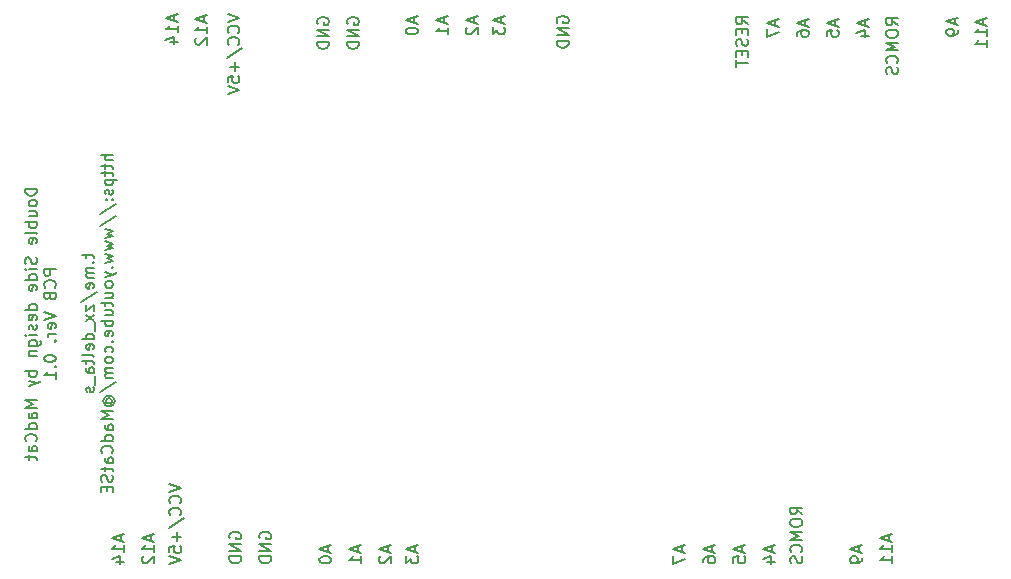
<source format=gbr>
%TF.GenerationSoftware,KiCad,Pcbnew,(6.0.10)*%
%TF.CreationDate,2023-03-31T21:51:54+03:00*%
%TF.ProjectId,zxcart,7a786361-7274-42e6-9b69-6361645f7063,rev?*%
%TF.SameCoordinates,Original*%
%TF.FileFunction,Legend,Bot*%
%TF.FilePolarity,Positive*%
%FSLAX46Y46*%
G04 Gerber Fmt 4.6, Leading zero omitted, Abs format (unit mm)*
G04 Created by KiCad (PCBNEW (6.0.10)) date 2023-03-31 21:51:54*
%MOMM*%
%LPD*%
G01*
G04 APERTURE LIST*
%ADD10C,0.150000*%
G04 APERTURE END LIST*
D10*
X115248666Y-99261905D02*
X115248666Y-99738095D01*
X115534380Y-99166667D02*
X114534380Y-99500000D01*
X115534380Y-99833333D01*
X114629619Y-100119048D02*
X114582000Y-100166667D01*
X114534380Y-100261905D01*
X114534380Y-100500000D01*
X114582000Y-100595238D01*
X114629619Y-100642857D01*
X114724857Y-100690476D01*
X114820095Y-100690476D01*
X114962952Y-100642857D01*
X115534380Y-100071429D01*
X115534380Y-100690476D01*
X97166666Y-54309523D02*
X97166666Y-54785714D01*
X97452380Y-54214285D02*
X96452380Y-54547619D01*
X97452380Y-54880952D01*
X97452380Y-55738095D02*
X97452380Y-55166666D01*
X97452380Y-55452380D02*
X96452380Y-55452380D01*
X96595238Y-55357142D01*
X96690476Y-55261904D01*
X96738095Y-55166666D01*
X96785714Y-56595238D02*
X97452380Y-56595238D01*
X96404761Y-56357142D02*
X97119047Y-56119047D01*
X97119047Y-56738095D01*
X92642666Y-98309523D02*
X92642666Y-98785714D01*
X92928380Y-98214285D02*
X91928380Y-98547619D01*
X92928380Y-98880952D01*
X92928380Y-99738095D02*
X92928380Y-99166666D01*
X92928380Y-99452380D02*
X91928380Y-99452380D01*
X92071238Y-99357142D01*
X92166476Y-99261904D01*
X92214095Y-99166666D01*
X92261714Y-100595238D02*
X92928380Y-100595238D01*
X91880761Y-100357142D02*
X92595047Y-100119047D01*
X92595047Y-100738095D01*
X155666666Y-54685714D02*
X155666666Y-55161904D01*
X155952380Y-54590476D02*
X154952380Y-54923809D01*
X155952380Y-55257142D01*
X155285714Y-56019047D02*
X155952380Y-56019047D01*
X154904761Y-55780952D02*
X155619047Y-55542857D01*
X155619047Y-56161904D01*
X150332380Y-96547619D02*
X149856190Y-96214285D01*
X150332380Y-95976190D02*
X149332380Y-95976190D01*
X149332380Y-96357143D01*
X149380000Y-96452381D01*
X149427619Y-96500000D01*
X149522857Y-96547619D01*
X149665714Y-96547619D01*
X149760952Y-96500000D01*
X149808571Y-96452381D01*
X149856190Y-96357143D01*
X149856190Y-95976190D01*
X149332380Y-97166666D02*
X149332380Y-97357143D01*
X149380000Y-97452381D01*
X149475238Y-97547619D01*
X149665714Y-97595238D01*
X149999047Y-97595238D01*
X150189523Y-97547619D01*
X150284761Y-97452381D01*
X150332380Y-97357143D01*
X150332380Y-97166666D01*
X150284761Y-97071428D01*
X150189523Y-96976190D01*
X149999047Y-96928571D01*
X149665714Y-96928571D01*
X149475238Y-96976190D01*
X149380000Y-97071428D01*
X149332380Y-97166666D01*
X150332380Y-98023809D02*
X149332380Y-98023809D01*
X150046666Y-98357143D01*
X149332380Y-98690476D01*
X150332380Y-98690476D01*
X150237142Y-99738095D02*
X150284761Y-99690476D01*
X150332380Y-99547619D01*
X150332380Y-99452381D01*
X150284761Y-99309524D01*
X150189523Y-99214285D01*
X150094285Y-99166666D01*
X149903809Y-99119047D01*
X149760952Y-99119047D01*
X149570476Y-99166666D01*
X149475238Y-99214285D01*
X149380000Y-99309524D01*
X149332380Y-99452381D01*
X149332380Y-99547619D01*
X149380000Y-99690476D01*
X149427619Y-99738095D01*
X150284761Y-100119047D02*
X150332380Y-100261904D01*
X150332380Y-100500000D01*
X150284761Y-100595238D01*
X150237142Y-100642857D01*
X150141904Y-100690476D01*
X150046666Y-100690476D01*
X149951428Y-100642857D01*
X149903809Y-100595238D01*
X149856190Y-100500000D01*
X149808571Y-100309524D01*
X149760952Y-100214285D01*
X149713333Y-100166666D01*
X149618095Y-100119047D01*
X149522857Y-100119047D01*
X149427619Y-100166666D01*
X149380000Y-100214285D01*
X149332380Y-100309524D01*
X149332380Y-100547619D01*
X149380000Y-100690476D01*
X129600000Y-54938095D02*
X129552380Y-54842857D01*
X129552380Y-54700000D01*
X129600000Y-54557142D01*
X129695238Y-54461904D01*
X129790476Y-54414285D01*
X129980952Y-54366666D01*
X130123809Y-54366666D01*
X130314285Y-54414285D01*
X130409523Y-54461904D01*
X130504761Y-54557142D01*
X130552380Y-54700000D01*
X130552380Y-54795238D01*
X130504761Y-54938095D01*
X130457142Y-54985714D01*
X130123809Y-54985714D01*
X130123809Y-54795238D01*
X130552380Y-55414285D02*
X129552380Y-55414285D01*
X130552380Y-55985714D01*
X129552380Y-55985714D01*
X130552380Y-56461904D02*
X129552380Y-56461904D01*
X129552380Y-56700000D01*
X129600000Y-56842857D01*
X129695238Y-56938095D01*
X129790476Y-56985714D01*
X129980952Y-57033333D01*
X130123809Y-57033333D01*
X130314285Y-56985714D01*
X130409523Y-56938095D01*
X130504761Y-56842857D01*
X130552380Y-56700000D01*
X130552380Y-56461904D01*
X112708666Y-99261905D02*
X112708666Y-99738095D01*
X112994380Y-99166667D02*
X111994380Y-99500000D01*
X112994380Y-99833333D01*
X112994380Y-100690476D02*
X112994380Y-100119048D01*
X112994380Y-100404762D02*
X111994380Y-100404762D01*
X112137238Y-100309524D01*
X112232476Y-100214286D01*
X112280095Y-100119048D01*
X147760666Y-99261905D02*
X147760666Y-99738095D01*
X148046380Y-99166667D02*
X147046380Y-99500000D01*
X148046380Y-99833333D01*
X147379714Y-100595238D02*
X148046380Y-100595238D01*
X146998761Y-100357143D02*
X147713047Y-100119048D01*
X147713047Y-100738095D01*
X148046666Y-54685714D02*
X148046666Y-55161904D01*
X148332380Y-54590476D02*
X147332380Y-54923809D01*
X148332380Y-55257142D01*
X147332380Y-55495238D02*
X147332380Y-56161904D01*
X148332380Y-55733333D01*
X163266666Y-54585714D02*
X163266666Y-55061904D01*
X163552380Y-54490476D02*
X162552380Y-54823809D01*
X163552380Y-55157142D01*
X163552380Y-55538095D02*
X163552380Y-55728571D01*
X163504761Y-55823809D01*
X163457142Y-55871428D01*
X163314285Y-55966666D01*
X163123809Y-56014285D01*
X162742857Y-56014285D01*
X162647619Y-55966666D01*
X162600000Y-55919047D01*
X162552380Y-55823809D01*
X162552380Y-55633333D01*
X162600000Y-55538095D01*
X162647619Y-55490476D01*
X162742857Y-55442857D01*
X162980952Y-55442857D01*
X163076190Y-55490476D01*
X163123809Y-55538095D01*
X163171428Y-55633333D01*
X163171428Y-55823809D01*
X163123809Y-55919047D01*
X163076190Y-55966666D01*
X162980952Y-56014285D01*
X109300000Y-55038095D02*
X109252380Y-54942857D01*
X109252380Y-54800000D01*
X109300000Y-54657142D01*
X109395238Y-54561904D01*
X109490476Y-54514285D01*
X109680952Y-54466666D01*
X109823809Y-54466666D01*
X110014285Y-54514285D01*
X110109523Y-54561904D01*
X110204761Y-54657142D01*
X110252380Y-54800000D01*
X110252380Y-54895238D01*
X110204761Y-55038095D01*
X110157142Y-55085714D01*
X109823809Y-55085714D01*
X109823809Y-54895238D01*
X110252380Y-55514285D02*
X109252380Y-55514285D01*
X110252380Y-56085714D01*
X109252380Y-56085714D01*
X110252380Y-56561904D02*
X109252380Y-56561904D01*
X109252380Y-56800000D01*
X109300000Y-56942857D01*
X109395238Y-57038095D01*
X109490476Y-57085714D01*
X109680952Y-57133333D01*
X109823809Y-57133333D01*
X110014285Y-57085714D01*
X110109523Y-57038095D01*
X110204761Y-56942857D01*
X110252380Y-56800000D01*
X110252380Y-56561904D01*
X157666666Y-98309523D02*
X157666666Y-98785714D01*
X157952380Y-98214285D02*
X156952380Y-98547619D01*
X157952380Y-98880952D01*
X157952380Y-99738095D02*
X157952380Y-99166666D01*
X157952380Y-99452380D02*
X156952380Y-99452380D01*
X157095238Y-99357142D01*
X157190476Y-99261904D01*
X157238095Y-99166666D01*
X157952380Y-100690476D02*
X157952380Y-100119047D01*
X157952380Y-100404761D02*
X156952380Y-100404761D01*
X157095238Y-100309523D01*
X157190476Y-100214285D01*
X157238095Y-100119047D01*
X122580666Y-54485714D02*
X122580666Y-54961904D01*
X122866380Y-54390476D02*
X121866380Y-54723809D01*
X122866380Y-55057142D01*
X121961619Y-55342857D02*
X121914000Y-55390476D01*
X121866380Y-55485714D01*
X121866380Y-55723809D01*
X121914000Y-55819047D01*
X121961619Y-55866666D01*
X122056857Y-55914285D01*
X122152095Y-55914285D01*
X122294952Y-55866666D01*
X122866380Y-55295238D01*
X122866380Y-55914285D01*
X165666666Y-54609523D02*
X165666666Y-55085714D01*
X165952380Y-54514285D02*
X164952380Y-54847619D01*
X165952380Y-55180952D01*
X165952380Y-56038095D02*
X165952380Y-55466666D01*
X165952380Y-55752380D02*
X164952380Y-55752380D01*
X165095238Y-55657142D01*
X165190476Y-55561904D01*
X165238095Y-55466666D01*
X165952380Y-56990476D02*
X165952380Y-56419047D01*
X165952380Y-56704761D02*
X164952380Y-56704761D01*
X165095238Y-56609523D01*
X165190476Y-56514285D01*
X165238095Y-56419047D01*
X117500666Y-54485714D02*
X117500666Y-54961904D01*
X117786380Y-54390476D02*
X116786380Y-54723809D01*
X117786380Y-55057142D01*
X116786380Y-55580952D02*
X116786380Y-55676190D01*
X116834000Y-55771428D01*
X116881619Y-55819047D01*
X116976857Y-55866666D01*
X117167333Y-55914285D01*
X117405428Y-55914285D01*
X117595904Y-55866666D01*
X117691142Y-55819047D01*
X117738761Y-55771428D01*
X117786380Y-55676190D01*
X117786380Y-55580952D01*
X117738761Y-55485714D01*
X117691142Y-55438095D01*
X117595904Y-55390476D01*
X117405428Y-55342857D01*
X117167333Y-55342857D01*
X116976857Y-55390476D01*
X116881619Y-55438095D01*
X116834000Y-55485714D01*
X116786380Y-55580952D01*
X145220666Y-99261905D02*
X145220666Y-99738095D01*
X145506380Y-99166667D02*
X144506380Y-99500000D01*
X145506380Y-99833333D01*
X144506380Y-100642857D02*
X144506380Y-100166667D01*
X144982571Y-100119048D01*
X144934952Y-100166667D01*
X144887333Y-100261905D01*
X144887333Y-100500000D01*
X144934952Y-100595238D01*
X144982571Y-100642857D01*
X145077809Y-100690476D01*
X145315904Y-100690476D01*
X145411142Y-100642857D01*
X145458761Y-100595238D01*
X145506380Y-100500000D01*
X145506380Y-100261905D01*
X145458761Y-100166667D01*
X145411142Y-100119048D01*
X110168666Y-99261905D02*
X110168666Y-99738095D01*
X110454380Y-99166667D02*
X109454380Y-99500000D01*
X110454380Y-99833333D01*
X109454380Y-100357143D02*
X109454380Y-100452381D01*
X109502000Y-100547619D01*
X109549619Y-100595238D01*
X109644857Y-100642857D01*
X109835333Y-100690476D01*
X110073428Y-100690476D01*
X110263904Y-100642857D01*
X110359142Y-100595238D01*
X110406761Y-100547619D01*
X110454380Y-100452381D01*
X110454380Y-100357143D01*
X110406761Y-100261905D01*
X110359142Y-100214286D01*
X110263904Y-100166667D01*
X110073428Y-100119048D01*
X109835333Y-100119048D01*
X109644857Y-100166667D01*
X109549619Y-100214286D01*
X109502000Y-100261905D01*
X109454380Y-100357143D01*
X96754380Y-94023809D02*
X97754380Y-94357142D01*
X96754380Y-94690476D01*
X97659142Y-95595238D02*
X97706761Y-95547619D01*
X97754380Y-95404762D01*
X97754380Y-95309523D01*
X97706761Y-95166666D01*
X97611523Y-95071428D01*
X97516285Y-95023809D01*
X97325809Y-94976190D01*
X97182952Y-94976190D01*
X96992476Y-95023809D01*
X96897238Y-95071428D01*
X96802000Y-95166666D01*
X96754380Y-95309523D01*
X96754380Y-95404762D01*
X96802000Y-95547619D01*
X96849619Y-95595238D01*
X97659142Y-96595238D02*
X97706761Y-96547619D01*
X97754380Y-96404762D01*
X97754380Y-96309523D01*
X97706761Y-96166666D01*
X97611523Y-96071428D01*
X97516285Y-96023809D01*
X97325809Y-95976190D01*
X97182952Y-95976190D01*
X96992476Y-96023809D01*
X96897238Y-96071428D01*
X96802000Y-96166666D01*
X96754380Y-96309523D01*
X96754380Y-96404762D01*
X96802000Y-96547619D01*
X96849619Y-96595238D01*
X96706761Y-97738095D02*
X97992476Y-96880952D01*
X97373428Y-98071428D02*
X97373428Y-98833333D01*
X97754380Y-98452381D02*
X96992476Y-98452381D01*
X96754380Y-99785714D02*
X96754380Y-99309523D01*
X97230571Y-99261904D01*
X97182952Y-99309523D01*
X97135333Y-99404762D01*
X97135333Y-99642857D01*
X97182952Y-99738095D01*
X97230571Y-99785714D01*
X97325809Y-99833333D01*
X97563904Y-99833333D01*
X97659142Y-99785714D01*
X97706761Y-99738095D01*
X97754380Y-99642857D01*
X97754380Y-99404762D01*
X97706761Y-99309523D01*
X97659142Y-99261904D01*
X96754380Y-100119047D02*
X97754380Y-100452381D01*
X96754380Y-100785714D01*
X120040666Y-54485714D02*
X120040666Y-54961904D01*
X120326380Y-54390476D02*
X119326380Y-54723809D01*
X120326380Y-55057142D01*
X120326380Y-55914285D02*
X120326380Y-55342857D01*
X120326380Y-55628571D02*
X119326380Y-55628571D01*
X119469238Y-55533333D01*
X119564476Y-55438095D01*
X119612095Y-55342857D01*
X111840000Y-55038095D02*
X111792380Y-54942857D01*
X111792380Y-54800000D01*
X111840000Y-54657142D01*
X111935238Y-54561904D01*
X112030476Y-54514285D01*
X112220952Y-54466666D01*
X112363809Y-54466666D01*
X112554285Y-54514285D01*
X112649523Y-54561904D01*
X112744761Y-54657142D01*
X112792380Y-54800000D01*
X112792380Y-54895238D01*
X112744761Y-55038095D01*
X112697142Y-55085714D01*
X112363809Y-55085714D01*
X112363809Y-54895238D01*
X112792380Y-55514285D02*
X111792380Y-55514285D01*
X112792380Y-56085714D01*
X111792380Y-56085714D01*
X112792380Y-56561904D02*
X111792380Y-56561904D01*
X111792380Y-56800000D01*
X111840000Y-56942857D01*
X111935238Y-57038095D01*
X112030476Y-57085714D01*
X112220952Y-57133333D01*
X112363809Y-57133333D01*
X112554285Y-57085714D01*
X112649523Y-57038095D01*
X112744761Y-56942857D01*
X112792380Y-56800000D01*
X112792380Y-56561904D01*
X101686380Y-54219047D02*
X102686380Y-54552380D01*
X101686380Y-54885714D01*
X102591142Y-55790476D02*
X102638761Y-55742857D01*
X102686380Y-55600000D01*
X102686380Y-55504761D01*
X102638761Y-55361904D01*
X102543523Y-55266666D01*
X102448285Y-55219047D01*
X102257809Y-55171428D01*
X102114952Y-55171428D01*
X101924476Y-55219047D01*
X101829238Y-55266666D01*
X101734000Y-55361904D01*
X101686380Y-55504761D01*
X101686380Y-55600000D01*
X101734000Y-55742857D01*
X101781619Y-55790476D01*
X102591142Y-56790476D02*
X102638761Y-56742857D01*
X102686380Y-56600000D01*
X102686380Y-56504761D01*
X102638761Y-56361904D01*
X102543523Y-56266666D01*
X102448285Y-56219047D01*
X102257809Y-56171428D01*
X102114952Y-56171428D01*
X101924476Y-56219047D01*
X101829238Y-56266666D01*
X101734000Y-56361904D01*
X101686380Y-56504761D01*
X101686380Y-56600000D01*
X101734000Y-56742857D01*
X101781619Y-56790476D01*
X101638761Y-57933333D02*
X102924476Y-57076190D01*
X102305428Y-58266666D02*
X102305428Y-59028571D01*
X102686380Y-58647619D02*
X101924476Y-58647619D01*
X101686380Y-59980952D02*
X101686380Y-59504761D01*
X102162571Y-59457142D01*
X102114952Y-59504761D01*
X102067333Y-59600000D01*
X102067333Y-59838095D01*
X102114952Y-59933333D01*
X102162571Y-59980952D01*
X102257809Y-60028571D01*
X102495904Y-60028571D01*
X102591142Y-59980952D01*
X102638761Y-59933333D01*
X102686380Y-59838095D01*
X102686380Y-59600000D01*
X102638761Y-59504761D01*
X102591142Y-59457142D01*
X101686380Y-60314285D02*
X102686380Y-60647619D01*
X101686380Y-60980952D01*
X101882000Y-98595238D02*
X101834380Y-98500000D01*
X101834380Y-98357143D01*
X101882000Y-98214285D01*
X101977238Y-98119047D01*
X102072476Y-98071428D01*
X102262952Y-98023809D01*
X102405809Y-98023809D01*
X102596285Y-98071428D01*
X102691523Y-98119047D01*
X102786761Y-98214285D01*
X102834380Y-98357143D01*
X102834380Y-98452381D01*
X102786761Y-98595238D01*
X102739142Y-98642857D01*
X102405809Y-98642857D01*
X102405809Y-98452381D01*
X102834380Y-99071428D02*
X101834380Y-99071428D01*
X102834380Y-99642857D01*
X101834380Y-99642857D01*
X102834380Y-100119047D02*
X101834380Y-100119047D01*
X101834380Y-100357143D01*
X101882000Y-100500000D01*
X101977238Y-100595238D01*
X102072476Y-100642857D01*
X102262952Y-100690476D01*
X102405809Y-100690476D01*
X102596285Y-100642857D01*
X102691523Y-100595238D01*
X102786761Y-100500000D01*
X102834380Y-100357143D01*
X102834380Y-100119047D01*
X150586666Y-54685714D02*
X150586666Y-55161904D01*
X150872380Y-54590476D02*
X149872380Y-54923809D01*
X150872380Y-55257142D01*
X149872380Y-56019047D02*
X149872380Y-55828571D01*
X149920000Y-55733333D01*
X149967619Y-55685714D01*
X150110476Y-55590476D01*
X150300952Y-55542857D01*
X150681904Y-55542857D01*
X150777142Y-55590476D01*
X150824761Y-55638095D01*
X150872380Y-55733333D01*
X150872380Y-55923809D01*
X150824761Y-56019047D01*
X150777142Y-56066666D01*
X150681904Y-56114285D01*
X150443809Y-56114285D01*
X150348571Y-56066666D01*
X150300952Y-56019047D01*
X150253333Y-55923809D01*
X150253333Y-55733333D01*
X150300952Y-55638095D01*
X150348571Y-55590476D01*
X150443809Y-55542857D01*
X140140666Y-99261905D02*
X140140666Y-99738095D01*
X140426380Y-99166667D02*
X139426380Y-99500000D01*
X140426380Y-99833333D01*
X139426380Y-100071429D02*
X139426380Y-100738095D01*
X140426380Y-100309524D01*
X124866666Y-54485714D02*
X124866666Y-54961904D01*
X125152380Y-54390476D02*
X124152380Y-54723809D01*
X125152380Y-55057142D01*
X124152380Y-55295238D02*
X124152380Y-55914285D01*
X124533333Y-55580952D01*
X124533333Y-55723809D01*
X124580952Y-55819047D01*
X124628571Y-55866666D01*
X124723809Y-55914285D01*
X124961904Y-55914285D01*
X125057142Y-55866666D01*
X125104761Y-55819047D01*
X125152380Y-55723809D01*
X125152380Y-55438095D01*
X125104761Y-55342857D01*
X125057142Y-55295238D01*
X145752380Y-55047619D02*
X145276190Y-54714285D01*
X145752380Y-54476190D02*
X144752380Y-54476190D01*
X144752380Y-54857142D01*
X144800000Y-54952380D01*
X144847619Y-55000000D01*
X144942857Y-55047619D01*
X145085714Y-55047619D01*
X145180952Y-55000000D01*
X145228571Y-54952380D01*
X145276190Y-54857142D01*
X145276190Y-54476190D01*
X145228571Y-55476190D02*
X145228571Y-55809523D01*
X145752380Y-55952380D02*
X145752380Y-55476190D01*
X144752380Y-55476190D01*
X144752380Y-55952380D01*
X145704761Y-56333333D02*
X145752380Y-56476190D01*
X145752380Y-56714285D01*
X145704761Y-56809523D01*
X145657142Y-56857142D01*
X145561904Y-56904761D01*
X145466666Y-56904761D01*
X145371428Y-56857142D01*
X145323809Y-56809523D01*
X145276190Y-56714285D01*
X145228571Y-56523809D01*
X145180952Y-56428571D01*
X145133333Y-56380952D01*
X145038095Y-56333333D01*
X144942857Y-56333333D01*
X144847619Y-56380952D01*
X144800000Y-56428571D01*
X144752380Y-56523809D01*
X144752380Y-56761904D01*
X144800000Y-56904761D01*
X145228571Y-57333333D02*
X145228571Y-57666666D01*
X145752380Y-57809523D02*
X145752380Y-57333333D01*
X144752380Y-57333333D01*
X144752380Y-57809523D01*
X144752380Y-58095238D02*
X144752380Y-58666666D01*
X145752380Y-58380952D02*
X144752380Y-58380952D01*
X155126666Y-99261905D02*
X155126666Y-99738095D01*
X155412380Y-99166667D02*
X154412380Y-99500000D01*
X155412380Y-99833333D01*
X155412380Y-100214286D02*
X155412380Y-100404762D01*
X155364761Y-100500000D01*
X155317142Y-100547619D01*
X155174285Y-100642857D01*
X154983809Y-100690476D01*
X154602857Y-100690476D01*
X154507619Y-100642857D01*
X154460000Y-100595238D01*
X154412380Y-100500000D01*
X154412380Y-100309524D01*
X154460000Y-100214286D01*
X154507619Y-100166667D01*
X154602857Y-100119048D01*
X154840952Y-100119048D01*
X154936190Y-100166667D01*
X154983809Y-100214286D01*
X155031428Y-100309524D01*
X155031428Y-100500000D01*
X154983809Y-100595238D01*
X154936190Y-100642857D01*
X154840952Y-100690476D01*
X142680666Y-99261905D02*
X142680666Y-99738095D01*
X142966380Y-99166667D02*
X141966380Y-99500000D01*
X142966380Y-99833333D01*
X141966380Y-100595238D02*
X141966380Y-100404762D01*
X142014000Y-100309524D01*
X142061619Y-100261905D01*
X142204476Y-100166667D01*
X142394952Y-100119048D01*
X142775904Y-100119048D01*
X142871142Y-100166667D01*
X142918761Y-100214286D01*
X142966380Y-100309524D01*
X142966380Y-100500000D01*
X142918761Y-100595238D01*
X142871142Y-100642857D01*
X142775904Y-100690476D01*
X142537809Y-100690476D01*
X142442571Y-100642857D01*
X142394952Y-100595238D01*
X142347333Y-100500000D01*
X142347333Y-100309524D01*
X142394952Y-100214286D01*
X142442571Y-100166667D01*
X142537809Y-100119048D01*
X117534666Y-99261905D02*
X117534666Y-99738095D01*
X117820380Y-99166667D02*
X116820380Y-99500000D01*
X117820380Y-99833333D01*
X116820380Y-100071429D02*
X116820380Y-100690476D01*
X117201333Y-100357143D01*
X117201333Y-100500000D01*
X117248952Y-100595238D01*
X117296571Y-100642857D01*
X117391809Y-100690476D01*
X117629904Y-100690476D01*
X117725142Y-100642857D01*
X117772761Y-100595238D01*
X117820380Y-100500000D01*
X117820380Y-100214286D01*
X117772761Y-100119048D01*
X117725142Y-100071429D01*
X104422000Y-98595238D02*
X104374380Y-98500000D01*
X104374380Y-98357143D01*
X104422000Y-98214285D01*
X104517238Y-98119047D01*
X104612476Y-98071428D01*
X104802952Y-98023809D01*
X104945809Y-98023809D01*
X105136285Y-98071428D01*
X105231523Y-98119047D01*
X105326761Y-98214285D01*
X105374380Y-98357143D01*
X105374380Y-98452381D01*
X105326761Y-98595238D01*
X105279142Y-98642857D01*
X104945809Y-98642857D01*
X104945809Y-98452381D01*
X105374380Y-99071428D02*
X104374380Y-99071428D01*
X105374380Y-99642857D01*
X104374380Y-99642857D01*
X105374380Y-100119047D02*
X104374380Y-100119047D01*
X104374380Y-100357143D01*
X104422000Y-100500000D01*
X104517238Y-100595238D01*
X104612476Y-100642857D01*
X104802952Y-100690476D01*
X104945809Y-100690476D01*
X105136285Y-100642857D01*
X105231523Y-100595238D01*
X105326761Y-100500000D01*
X105374380Y-100357143D01*
X105374380Y-100119047D01*
X95182666Y-98309523D02*
X95182666Y-98785714D01*
X95468380Y-98214285D02*
X94468380Y-98547619D01*
X95468380Y-98880952D01*
X95468380Y-99738095D02*
X95468380Y-99166666D01*
X95468380Y-99452380D02*
X94468380Y-99452380D01*
X94611238Y-99357142D01*
X94706476Y-99261904D01*
X94754095Y-99166666D01*
X94563619Y-100119047D02*
X94516000Y-100166666D01*
X94468380Y-100261904D01*
X94468380Y-100500000D01*
X94516000Y-100595238D01*
X94563619Y-100642857D01*
X94658857Y-100690476D01*
X94754095Y-100690476D01*
X94896952Y-100642857D01*
X95468380Y-100071428D01*
X95468380Y-100690476D01*
X158452380Y-55138095D02*
X157976190Y-54804761D01*
X158452380Y-54566666D02*
X157452380Y-54566666D01*
X157452380Y-54947619D01*
X157500000Y-55042857D01*
X157547619Y-55090476D01*
X157642857Y-55138095D01*
X157785714Y-55138095D01*
X157880952Y-55090476D01*
X157928571Y-55042857D01*
X157976190Y-54947619D01*
X157976190Y-54566666D01*
X157452380Y-55757142D02*
X157452380Y-55947619D01*
X157500000Y-56042857D01*
X157595238Y-56138095D01*
X157785714Y-56185714D01*
X158119047Y-56185714D01*
X158309523Y-56138095D01*
X158404761Y-56042857D01*
X158452380Y-55947619D01*
X158452380Y-55757142D01*
X158404761Y-55661904D01*
X158309523Y-55566666D01*
X158119047Y-55519047D01*
X157785714Y-55519047D01*
X157595238Y-55566666D01*
X157500000Y-55661904D01*
X157452380Y-55757142D01*
X158452380Y-56614285D02*
X157452380Y-56614285D01*
X158166666Y-56947619D01*
X157452380Y-57280952D01*
X158452380Y-57280952D01*
X158357142Y-58328571D02*
X158404761Y-58280952D01*
X158452380Y-58138095D01*
X158452380Y-58042857D01*
X158404761Y-57900000D01*
X158309523Y-57804761D01*
X158214285Y-57757142D01*
X158023809Y-57709523D01*
X157880952Y-57709523D01*
X157690476Y-57757142D01*
X157595238Y-57804761D01*
X157500000Y-57900000D01*
X157452380Y-58042857D01*
X157452380Y-58138095D01*
X157500000Y-58280952D01*
X157547619Y-58328571D01*
X158404761Y-58709523D02*
X158452380Y-58852380D01*
X158452380Y-59090476D01*
X158404761Y-59185714D01*
X158357142Y-59233333D01*
X158261904Y-59280952D01*
X158166666Y-59280952D01*
X158071428Y-59233333D01*
X158023809Y-59185714D01*
X157976190Y-59090476D01*
X157928571Y-58900000D01*
X157880952Y-58804761D01*
X157833333Y-58757142D01*
X157738095Y-58709523D01*
X157642857Y-58709523D01*
X157547619Y-58757142D01*
X157500000Y-58804761D01*
X157452380Y-58900000D01*
X157452380Y-59138095D01*
X157500000Y-59280952D01*
X85532380Y-68995238D02*
X84532380Y-68995238D01*
X84532380Y-69233333D01*
X84580000Y-69376190D01*
X84675238Y-69471428D01*
X84770476Y-69519047D01*
X84960952Y-69566666D01*
X85103809Y-69566666D01*
X85294285Y-69519047D01*
X85389523Y-69471428D01*
X85484761Y-69376190D01*
X85532380Y-69233333D01*
X85532380Y-68995238D01*
X85532380Y-70138095D02*
X85484761Y-70042857D01*
X85437142Y-69995238D01*
X85341904Y-69947619D01*
X85056190Y-69947619D01*
X84960952Y-69995238D01*
X84913333Y-70042857D01*
X84865714Y-70138095D01*
X84865714Y-70280952D01*
X84913333Y-70376190D01*
X84960952Y-70423809D01*
X85056190Y-70471428D01*
X85341904Y-70471428D01*
X85437142Y-70423809D01*
X85484761Y-70376190D01*
X85532380Y-70280952D01*
X85532380Y-70138095D01*
X84865714Y-71328571D02*
X85532380Y-71328571D01*
X84865714Y-70900000D02*
X85389523Y-70900000D01*
X85484761Y-70947619D01*
X85532380Y-71042857D01*
X85532380Y-71185714D01*
X85484761Y-71280952D01*
X85437142Y-71328571D01*
X85532380Y-71804761D02*
X84532380Y-71804761D01*
X84913333Y-71804761D02*
X84865714Y-71900000D01*
X84865714Y-72090476D01*
X84913333Y-72185714D01*
X84960952Y-72233333D01*
X85056190Y-72280952D01*
X85341904Y-72280952D01*
X85437142Y-72233333D01*
X85484761Y-72185714D01*
X85532380Y-72090476D01*
X85532380Y-71900000D01*
X85484761Y-71804761D01*
X85532380Y-72852380D02*
X85484761Y-72757142D01*
X85389523Y-72709523D01*
X84532380Y-72709523D01*
X85484761Y-73614285D02*
X85532380Y-73519047D01*
X85532380Y-73328571D01*
X85484761Y-73233333D01*
X85389523Y-73185714D01*
X85008571Y-73185714D01*
X84913333Y-73233333D01*
X84865714Y-73328571D01*
X84865714Y-73519047D01*
X84913333Y-73614285D01*
X85008571Y-73661904D01*
X85103809Y-73661904D01*
X85199047Y-73185714D01*
X85484761Y-74804761D02*
X85532380Y-74947619D01*
X85532380Y-75185714D01*
X85484761Y-75280952D01*
X85437142Y-75328571D01*
X85341904Y-75376190D01*
X85246666Y-75376190D01*
X85151428Y-75328571D01*
X85103809Y-75280952D01*
X85056190Y-75185714D01*
X85008571Y-74995238D01*
X84960952Y-74900000D01*
X84913333Y-74852380D01*
X84818095Y-74804761D01*
X84722857Y-74804761D01*
X84627619Y-74852380D01*
X84580000Y-74900000D01*
X84532380Y-74995238D01*
X84532380Y-75233333D01*
X84580000Y-75376190D01*
X85532380Y-75804761D02*
X84865714Y-75804761D01*
X84532380Y-75804761D02*
X84580000Y-75757142D01*
X84627619Y-75804761D01*
X84580000Y-75852380D01*
X84532380Y-75804761D01*
X84627619Y-75804761D01*
X85532380Y-76709523D02*
X84532380Y-76709523D01*
X85484761Y-76709523D02*
X85532380Y-76614285D01*
X85532380Y-76423809D01*
X85484761Y-76328571D01*
X85437142Y-76280952D01*
X85341904Y-76233333D01*
X85056190Y-76233333D01*
X84960952Y-76280952D01*
X84913333Y-76328571D01*
X84865714Y-76423809D01*
X84865714Y-76614285D01*
X84913333Y-76709523D01*
X85484761Y-77566666D02*
X85532380Y-77471428D01*
X85532380Y-77280952D01*
X85484761Y-77185714D01*
X85389523Y-77138095D01*
X85008571Y-77138095D01*
X84913333Y-77185714D01*
X84865714Y-77280952D01*
X84865714Y-77471428D01*
X84913333Y-77566666D01*
X85008571Y-77614285D01*
X85103809Y-77614285D01*
X85199047Y-77138095D01*
X85532380Y-79233333D02*
X84532380Y-79233333D01*
X85484761Y-79233333D02*
X85532380Y-79138095D01*
X85532380Y-78947619D01*
X85484761Y-78852380D01*
X85437142Y-78804761D01*
X85341904Y-78757142D01*
X85056190Y-78757142D01*
X84960952Y-78804761D01*
X84913333Y-78852380D01*
X84865714Y-78947619D01*
X84865714Y-79138095D01*
X84913333Y-79233333D01*
X85484761Y-80090476D02*
X85532380Y-79995238D01*
X85532380Y-79804761D01*
X85484761Y-79709523D01*
X85389523Y-79661904D01*
X85008571Y-79661904D01*
X84913333Y-79709523D01*
X84865714Y-79804761D01*
X84865714Y-79995238D01*
X84913333Y-80090476D01*
X85008571Y-80138095D01*
X85103809Y-80138095D01*
X85199047Y-79661904D01*
X85484761Y-80519047D02*
X85532380Y-80614285D01*
X85532380Y-80804761D01*
X85484761Y-80899999D01*
X85389523Y-80947619D01*
X85341904Y-80947619D01*
X85246666Y-80899999D01*
X85199047Y-80804761D01*
X85199047Y-80661904D01*
X85151428Y-80566666D01*
X85056190Y-80519047D01*
X85008571Y-80519047D01*
X84913333Y-80566666D01*
X84865714Y-80661904D01*
X84865714Y-80804761D01*
X84913333Y-80899999D01*
X85532380Y-81376190D02*
X84865714Y-81376190D01*
X84532380Y-81376190D02*
X84580000Y-81328571D01*
X84627619Y-81376190D01*
X84580000Y-81423809D01*
X84532380Y-81376190D01*
X84627619Y-81376190D01*
X84865714Y-82280952D02*
X85675238Y-82280952D01*
X85770476Y-82233333D01*
X85818095Y-82185714D01*
X85865714Y-82090476D01*
X85865714Y-81947619D01*
X85818095Y-81852380D01*
X85484761Y-82280952D02*
X85532380Y-82185714D01*
X85532380Y-81995238D01*
X85484761Y-81899999D01*
X85437142Y-81852380D01*
X85341904Y-81804761D01*
X85056190Y-81804761D01*
X84960952Y-81852380D01*
X84913333Y-81899999D01*
X84865714Y-81995238D01*
X84865714Y-82185714D01*
X84913333Y-82280952D01*
X84865714Y-82757142D02*
X85532380Y-82757142D01*
X84960952Y-82757142D02*
X84913333Y-82804761D01*
X84865714Y-82899999D01*
X84865714Y-83042857D01*
X84913333Y-83138095D01*
X85008571Y-83185714D01*
X85532380Y-83185714D01*
X85532380Y-84423809D02*
X84532380Y-84423809D01*
X84913333Y-84423809D02*
X84865714Y-84519047D01*
X84865714Y-84709523D01*
X84913333Y-84804761D01*
X84960952Y-84852380D01*
X85056190Y-84899999D01*
X85341904Y-84899999D01*
X85437142Y-84852380D01*
X85484761Y-84804761D01*
X85532380Y-84709523D01*
X85532380Y-84519047D01*
X85484761Y-84423809D01*
X84865714Y-85233333D02*
X85532380Y-85471428D01*
X84865714Y-85709523D02*
X85532380Y-85471428D01*
X85770476Y-85376190D01*
X85818095Y-85328571D01*
X85865714Y-85233333D01*
X85532380Y-86852380D02*
X84532380Y-86852380D01*
X85246666Y-87185714D01*
X84532380Y-87519047D01*
X85532380Y-87519047D01*
X85532380Y-88423809D02*
X85008571Y-88423809D01*
X84913333Y-88376190D01*
X84865714Y-88280952D01*
X84865714Y-88090476D01*
X84913333Y-87995238D01*
X85484761Y-88423809D02*
X85532380Y-88328571D01*
X85532380Y-88090476D01*
X85484761Y-87995238D01*
X85389523Y-87947619D01*
X85294285Y-87947619D01*
X85199047Y-87995238D01*
X85151428Y-88090476D01*
X85151428Y-88328571D01*
X85103809Y-88423809D01*
X85532380Y-89328571D02*
X84532380Y-89328571D01*
X85484761Y-89328571D02*
X85532380Y-89233333D01*
X85532380Y-89042857D01*
X85484761Y-88947619D01*
X85437142Y-88899999D01*
X85341904Y-88852380D01*
X85056190Y-88852380D01*
X84960952Y-88899999D01*
X84913333Y-88947619D01*
X84865714Y-89042857D01*
X84865714Y-89233333D01*
X84913333Y-89328571D01*
X85437142Y-90376190D02*
X85484761Y-90328571D01*
X85532380Y-90185714D01*
X85532380Y-90090476D01*
X85484761Y-89947619D01*
X85389523Y-89852380D01*
X85294285Y-89804761D01*
X85103809Y-89757142D01*
X84960952Y-89757142D01*
X84770476Y-89804761D01*
X84675238Y-89852380D01*
X84580000Y-89947619D01*
X84532380Y-90090476D01*
X84532380Y-90185714D01*
X84580000Y-90328571D01*
X84627619Y-90376190D01*
X85532380Y-91233333D02*
X85008571Y-91233333D01*
X84913333Y-91185714D01*
X84865714Y-91090476D01*
X84865714Y-90899999D01*
X84913333Y-90804761D01*
X85484761Y-91233333D02*
X85532380Y-91138095D01*
X85532380Y-90899999D01*
X85484761Y-90804761D01*
X85389523Y-90757142D01*
X85294285Y-90757142D01*
X85199047Y-90804761D01*
X85151428Y-90899999D01*
X85151428Y-91138095D01*
X85103809Y-91233333D01*
X84865714Y-91566666D02*
X84865714Y-91947619D01*
X84532380Y-91709523D02*
X85389523Y-91709523D01*
X85484761Y-91757142D01*
X85532380Y-91852380D01*
X85532380Y-91947619D01*
X87142380Y-75780952D02*
X86142380Y-75780952D01*
X86142380Y-76161904D01*
X86190000Y-76257142D01*
X86237619Y-76304761D01*
X86332857Y-76352380D01*
X86475714Y-76352380D01*
X86570952Y-76304761D01*
X86618571Y-76257142D01*
X86666190Y-76161904D01*
X86666190Y-75780952D01*
X87047142Y-77352380D02*
X87094761Y-77304761D01*
X87142380Y-77161904D01*
X87142380Y-77066666D01*
X87094761Y-76923809D01*
X86999523Y-76828571D01*
X86904285Y-76780952D01*
X86713809Y-76733333D01*
X86570952Y-76733333D01*
X86380476Y-76780952D01*
X86285238Y-76828571D01*
X86190000Y-76923809D01*
X86142380Y-77066666D01*
X86142380Y-77161904D01*
X86190000Y-77304761D01*
X86237619Y-77352380D01*
X86618571Y-78114285D02*
X86666190Y-78257142D01*
X86713809Y-78304761D01*
X86809047Y-78352380D01*
X86951904Y-78352380D01*
X87047142Y-78304761D01*
X87094761Y-78257142D01*
X87142380Y-78161904D01*
X87142380Y-77780952D01*
X86142380Y-77780952D01*
X86142380Y-78114285D01*
X86190000Y-78209523D01*
X86237619Y-78257142D01*
X86332857Y-78304761D01*
X86428095Y-78304761D01*
X86523333Y-78257142D01*
X86570952Y-78209523D01*
X86618571Y-78114285D01*
X86618571Y-77780952D01*
X86142380Y-79400000D02*
X87142380Y-79733333D01*
X86142380Y-80066666D01*
X87094761Y-80780952D02*
X87142380Y-80685714D01*
X87142380Y-80495238D01*
X87094761Y-80400000D01*
X86999523Y-80352380D01*
X86618571Y-80352380D01*
X86523333Y-80400000D01*
X86475714Y-80495238D01*
X86475714Y-80685714D01*
X86523333Y-80780952D01*
X86618571Y-80828571D01*
X86713809Y-80828571D01*
X86809047Y-80352380D01*
X87142380Y-81257142D02*
X86475714Y-81257142D01*
X86666190Y-81257142D02*
X86570952Y-81304761D01*
X86523333Y-81352380D01*
X86475714Y-81447619D01*
X86475714Y-81542857D01*
X87047142Y-81876190D02*
X87094761Y-81923809D01*
X87142380Y-81876190D01*
X87094761Y-81828571D01*
X87047142Y-81876190D01*
X87142380Y-81876190D01*
X86142380Y-83304761D02*
X86142380Y-83400000D01*
X86190000Y-83495238D01*
X86237619Y-83542857D01*
X86332857Y-83590476D01*
X86523333Y-83638095D01*
X86761428Y-83638095D01*
X86951904Y-83590476D01*
X87047142Y-83542857D01*
X87094761Y-83495238D01*
X87142380Y-83400000D01*
X87142380Y-83304761D01*
X87094761Y-83209523D01*
X87047142Y-83161904D01*
X86951904Y-83114285D01*
X86761428Y-83066666D01*
X86523333Y-83066666D01*
X86332857Y-83114285D01*
X86237619Y-83161904D01*
X86190000Y-83209523D01*
X86142380Y-83304761D01*
X87047142Y-84066666D02*
X87094761Y-84114285D01*
X87142380Y-84066666D01*
X87094761Y-84019047D01*
X87047142Y-84066666D01*
X87142380Y-84066666D01*
X87142380Y-85066666D02*
X87142380Y-84495238D01*
X87142380Y-84780952D02*
X86142380Y-84780952D01*
X86285238Y-84685714D01*
X86380476Y-84590476D01*
X86428095Y-84495238D01*
X89695714Y-74495238D02*
X89695714Y-74876190D01*
X89362380Y-74638095D02*
X90219523Y-74638095D01*
X90314761Y-74685714D01*
X90362380Y-74780952D01*
X90362380Y-74876190D01*
X90267142Y-75209523D02*
X90314761Y-75257142D01*
X90362380Y-75209523D01*
X90314761Y-75161904D01*
X90267142Y-75209523D01*
X90362380Y-75209523D01*
X90362380Y-75685714D02*
X89695714Y-75685714D01*
X89790952Y-75685714D02*
X89743333Y-75733333D01*
X89695714Y-75828571D01*
X89695714Y-75971428D01*
X89743333Y-76066666D01*
X89838571Y-76114285D01*
X90362380Y-76114285D01*
X89838571Y-76114285D02*
X89743333Y-76161904D01*
X89695714Y-76257142D01*
X89695714Y-76400000D01*
X89743333Y-76495238D01*
X89838571Y-76542857D01*
X90362380Y-76542857D01*
X90314761Y-77400000D02*
X90362380Y-77304761D01*
X90362380Y-77114285D01*
X90314761Y-77019047D01*
X90219523Y-76971428D01*
X89838571Y-76971428D01*
X89743333Y-77019047D01*
X89695714Y-77114285D01*
X89695714Y-77304761D01*
X89743333Y-77400000D01*
X89838571Y-77447619D01*
X89933809Y-77447619D01*
X90029047Y-76971428D01*
X89314761Y-78590476D02*
X90600476Y-77733333D01*
X89695714Y-78828571D02*
X89695714Y-79352380D01*
X90362380Y-78828571D01*
X90362380Y-79352380D01*
X90362380Y-79638095D02*
X89695714Y-80161904D01*
X89695714Y-79638095D02*
X90362380Y-80161904D01*
X90457619Y-80304761D02*
X90457619Y-81066666D01*
X90362380Y-81733333D02*
X89362380Y-81733333D01*
X90314761Y-81733333D02*
X90362380Y-81638095D01*
X90362380Y-81447619D01*
X90314761Y-81352380D01*
X90267142Y-81304761D01*
X90171904Y-81257142D01*
X89886190Y-81257142D01*
X89790952Y-81304761D01*
X89743333Y-81352380D01*
X89695714Y-81447619D01*
X89695714Y-81638095D01*
X89743333Y-81733333D01*
X90314761Y-82590476D02*
X90362380Y-82495238D01*
X90362380Y-82304761D01*
X90314761Y-82209523D01*
X90219523Y-82161904D01*
X89838571Y-82161904D01*
X89743333Y-82209523D01*
X89695714Y-82304761D01*
X89695714Y-82495238D01*
X89743333Y-82590476D01*
X89838571Y-82638095D01*
X89933809Y-82638095D01*
X90029047Y-82161904D01*
X90362380Y-83209523D02*
X90314761Y-83114285D01*
X90219523Y-83066666D01*
X89362380Y-83066666D01*
X89695714Y-83447619D02*
X89695714Y-83828571D01*
X89362380Y-83590476D02*
X90219523Y-83590476D01*
X90314761Y-83638095D01*
X90362380Y-83733333D01*
X90362380Y-83828571D01*
X90362380Y-84590476D02*
X89838571Y-84590476D01*
X89743333Y-84542857D01*
X89695714Y-84447619D01*
X89695714Y-84257142D01*
X89743333Y-84161904D01*
X90314761Y-84590476D02*
X90362380Y-84495238D01*
X90362380Y-84257142D01*
X90314761Y-84161904D01*
X90219523Y-84114285D01*
X90124285Y-84114285D01*
X90029047Y-84161904D01*
X89981428Y-84257142D01*
X89981428Y-84495238D01*
X89933809Y-84590476D01*
X90457619Y-84828571D02*
X90457619Y-85590476D01*
X90314761Y-85780952D02*
X90362380Y-85876190D01*
X90362380Y-86066666D01*
X90314761Y-86161904D01*
X90219523Y-86209523D01*
X90171904Y-86209523D01*
X90076666Y-86161904D01*
X90029047Y-86066666D01*
X90029047Y-85923809D01*
X89981428Y-85828571D01*
X89886190Y-85780952D01*
X89838571Y-85780952D01*
X89743333Y-85828571D01*
X89695714Y-85923809D01*
X89695714Y-86066666D01*
X89743333Y-86161904D01*
X91972380Y-66161904D02*
X90972380Y-66161904D01*
X91972380Y-66590476D02*
X91448571Y-66590476D01*
X91353333Y-66542857D01*
X91305714Y-66447619D01*
X91305714Y-66304761D01*
X91353333Y-66209523D01*
X91400952Y-66161904D01*
X91305714Y-66923809D02*
X91305714Y-67304761D01*
X90972380Y-67066666D02*
X91829523Y-67066666D01*
X91924761Y-67114285D01*
X91972380Y-67209523D01*
X91972380Y-67304761D01*
X91305714Y-67495238D02*
X91305714Y-67876190D01*
X90972380Y-67638095D02*
X91829523Y-67638095D01*
X91924761Y-67685714D01*
X91972380Y-67780952D01*
X91972380Y-67876190D01*
X91305714Y-68209523D02*
X92305714Y-68209523D01*
X91353333Y-68209523D02*
X91305714Y-68304761D01*
X91305714Y-68495238D01*
X91353333Y-68590476D01*
X91400952Y-68638095D01*
X91496190Y-68685714D01*
X91781904Y-68685714D01*
X91877142Y-68638095D01*
X91924761Y-68590476D01*
X91972380Y-68495238D01*
X91972380Y-68304761D01*
X91924761Y-68209523D01*
X91924761Y-69066666D02*
X91972380Y-69161904D01*
X91972380Y-69352380D01*
X91924761Y-69447619D01*
X91829523Y-69495238D01*
X91781904Y-69495238D01*
X91686666Y-69447619D01*
X91639047Y-69352380D01*
X91639047Y-69209523D01*
X91591428Y-69114285D01*
X91496190Y-69066666D01*
X91448571Y-69066666D01*
X91353333Y-69114285D01*
X91305714Y-69209523D01*
X91305714Y-69352380D01*
X91353333Y-69447619D01*
X91877142Y-69923809D02*
X91924761Y-69971428D01*
X91972380Y-69923809D01*
X91924761Y-69876190D01*
X91877142Y-69923809D01*
X91972380Y-69923809D01*
X91353333Y-69923809D02*
X91400952Y-69971428D01*
X91448571Y-69923809D01*
X91400952Y-69876190D01*
X91353333Y-69923809D01*
X91448571Y-69923809D01*
X90924761Y-71114285D02*
X92210476Y-70257142D01*
X90924761Y-72161904D02*
X92210476Y-71304761D01*
X91305714Y-72400000D02*
X91972380Y-72590476D01*
X91496190Y-72780952D01*
X91972380Y-72971428D01*
X91305714Y-73161904D01*
X91305714Y-73447619D02*
X91972380Y-73638095D01*
X91496190Y-73828571D01*
X91972380Y-74019047D01*
X91305714Y-74209523D01*
X91305714Y-74495238D02*
X91972380Y-74685714D01*
X91496190Y-74876190D01*
X91972380Y-75066666D01*
X91305714Y-75257142D01*
X91877142Y-75638095D02*
X91924761Y-75685714D01*
X91972380Y-75638095D01*
X91924761Y-75590476D01*
X91877142Y-75638095D01*
X91972380Y-75638095D01*
X91305714Y-76019047D02*
X91972380Y-76257142D01*
X91305714Y-76495238D02*
X91972380Y-76257142D01*
X92210476Y-76161904D01*
X92258095Y-76114285D01*
X92305714Y-76019047D01*
X91972380Y-77019047D02*
X91924761Y-76923809D01*
X91877142Y-76876190D01*
X91781904Y-76828571D01*
X91496190Y-76828571D01*
X91400952Y-76876190D01*
X91353333Y-76923809D01*
X91305714Y-77019047D01*
X91305714Y-77161904D01*
X91353333Y-77257142D01*
X91400952Y-77304761D01*
X91496190Y-77352380D01*
X91781904Y-77352380D01*
X91877142Y-77304761D01*
X91924761Y-77257142D01*
X91972380Y-77161904D01*
X91972380Y-77019047D01*
X91305714Y-78209523D02*
X91972380Y-78209523D01*
X91305714Y-77780952D02*
X91829523Y-77780952D01*
X91924761Y-77828571D01*
X91972380Y-77923809D01*
X91972380Y-78066666D01*
X91924761Y-78161904D01*
X91877142Y-78209523D01*
X91305714Y-78542857D02*
X91305714Y-78923809D01*
X90972380Y-78685714D02*
X91829523Y-78685714D01*
X91924761Y-78733333D01*
X91972380Y-78828571D01*
X91972380Y-78923809D01*
X91305714Y-79685714D02*
X91972380Y-79685714D01*
X91305714Y-79257142D02*
X91829523Y-79257142D01*
X91924761Y-79304761D01*
X91972380Y-79400000D01*
X91972380Y-79542857D01*
X91924761Y-79638095D01*
X91877142Y-79685714D01*
X91972380Y-80161904D02*
X90972380Y-80161904D01*
X91353333Y-80161904D02*
X91305714Y-80257142D01*
X91305714Y-80447619D01*
X91353333Y-80542857D01*
X91400952Y-80590476D01*
X91496190Y-80638095D01*
X91781904Y-80638095D01*
X91877142Y-80590476D01*
X91924761Y-80542857D01*
X91972380Y-80447619D01*
X91972380Y-80257142D01*
X91924761Y-80161904D01*
X91924761Y-81447619D02*
X91972380Y-81352380D01*
X91972380Y-81161904D01*
X91924761Y-81066666D01*
X91829523Y-81019047D01*
X91448571Y-81019047D01*
X91353333Y-81066666D01*
X91305714Y-81161904D01*
X91305714Y-81352380D01*
X91353333Y-81447619D01*
X91448571Y-81495238D01*
X91543809Y-81495238D01*
X91639047Y-81019047D01*
X91877142Y-81923809D02*
X91924761Y-81971428D01*
X91972380Y-81923809D01*
X91924761Y-81876190D01*
X91877142Y-81923809D01*
X91972380Y-81923809D01*
X91924761Y-82828571D02*
X91972380Y-82733333D01*
X91972380Y-82542857D01*
X91924761Y-82447619D01*
X91877142Y-82400000D01*
X91781904Y-82352380D01*
X91496190Y-82352380D01*
X91400952Y-82400000D01*
X91353333Y-82447619D01*
X91305714Y-82542857D01*
X91305714Y-82733333D01*
X91353333Y-82828571D01*
X91972380Y-83400000D02*
X91924761Y-83304761D01*
X91877142Y-83257142D01*
X91781904Y-83209523D01*
X91496190Y-83209523D01*
X91400952Y-83257142D01*
X91353333Y-83304761D01*
X91305714Y-83400000D01*
X91305714Y-83542857D01*
X91353333Y-83638095D01*
X91400952Y-83685714D01*
X91496190Y-83733333D01*
X91781904Y-83733333D01*
X91877142Y-83685714D01*
X91924761Y-83638095D01*
X91972380Y-83542857D01*
X91972380Y-83400000D01*
X91972380Y-84161904D02*
X91305714Y-84161904D01*
X91400952Y-84161904D02*
X91353333Y-84209523D01*
X91305714Y-84304761D01*
X91305714Y-84447619D01*
X91353333Y-84542857D01*
X91448571Y-84590476D01*
X91972380Y-84590476D01*
X91448571Y-84590476D02*
X91353333Y-84638095D01*
X91305714Y-84733333D01*
X91305714Y-84876190D01*
X91353333Y-84971428D01*
X91448571Y-85019047D01*
X91972380Y-85019047D01*
X90924761Y-86209523D02*
X92210476Y-85352380D01*
X91496190Y-87161904D02*
X91448571Y-87114285D01*
X91400952Y-87019047D01*
X91400952Y-86923809D01*
X91448571Y-86828571D01*
X91496190Y-86780952D01*
X91591428Y-86733333D01*
X91686666Y-86733333D01*
X91781904Y-86780952D01*
X91829523Y-86828571D01*
X91877142Y-86923809D01*
X91877142Y-87019047D01*
X91829523Y-87114285D01*
X91781904Y-87161904D01*
X91400952Y-87161904D02*
X91781904Y-87161904D01*
X91829523Y-87209523D01*
X91829523Y-87257142D01*
X91781904Y-87352380D01*
X91686666Y-87400000D01*
X91448571Y-87400000D01*
X91305714Y-87304761D01*
X91210476Y-87161904D01*
X91162857Y-86971428D01*
X91210476Y-86780952D01*
X91305714Y-86638095D01*
X91448571Y-86542857D01*
X91639047Y-86495238D01*
X91829523Y-86542857D01*
X91972380Y-86638095D01*
X92067619Y-86780952D01*
X92115238Y-86971428D01*
X92067619Y-87161904D01*
X91972380Y-87304761D01*
X91972380Y-87828571D02*
X90972380Y-87828571D01*
X91686666Y-88161904D01*
X90972380Y-88495238D01*
X91972380Y-88495238D01*
X91972380Y-89400000D02*
X91448571Y-89400000D01*
X91353333Y-89352380D01*
X91305714Y-89257142D01*
X91305714Y-89066666D01*
X91353333Y-88971428D01*
X91924761Y-89400000D02*
X91972380Y-89304761D01*
X91972380Y-89066666D01*
X91924761Y-88971428D01*
X91829523Y-88923809D01*
X91734285Y-88923809D01*
X91639047Y-88971428D01*
X91591428Y-89066666D01*
X91591428Y-89304761D01*
X91543809Y-89400000D01*
X91972380Y-90304761D02*
X90972380Y-90304761D01*
X91924761Y-90304761D02*
X91972380Y-90209523D01*
X91972380Y-90019047D01*
X91924761Y-89923809D01*
X91877142Y-89876190D01*
X91781904Y-89828571D01*
X91496190Y-89828571D01*
X91400952Y-89876190D01*
X91353333Y-89923809D01*
X91305714Y-90019047D01*
X91305714Y-90209523D01*
X91353333Y-90304761D01*
X91877142Y-91352380D02*
X91924761Y-91304761D01*
X91972380Y-91161904D01*
X91972380Y-91066666D01*
X91924761Y-90923809D01*
X91829523Y-90828571D01*
X91734285Y-90780952D01*
X91543809Y-90733333D01*
X91400952Y-90733333D01*
X91210476Y-90780952D01*
X91115238Y-90828571D01*
X91020000Y-90923809D01*
X90972380Y-91066666D01*
X90972380Y-91161904D01*
X91020000Y-91304761D01*
X91067619Y-91352380D01*
X91972380Y-92209523D02*
X91448571Y-92209523D01*
X91353333Y-92161904D01*
X91305714Y-92066666D01*
X91305714Y-91876190D01*
X91353333Y-91780952D01*
X91924761Y-92209523D02*
X91972380Y-92114285D01*
X91972380Y-91876190D01*
X91924761Y-91780952D01*
X91829523Y-91733333D01*
X91734285Y-91733333D01*
X91639047Y-91780952D01*
X91591428Y-91876190D01*
X91591428Y-92114285D01*
X91543809Y-92209523D01*
X91305714Y-92542857D02*
X91305714Y-92923809D01*
X90972380Y-92685714D02*
X91829523Y-92685714D01*
X91924761Y-92733333D01*
X91972380Y-92828571D01*
X91972380Y-92923809D01*
X91924761Y-93209523D02*
X91972380Y-93352380D01*
X91972380Y-93590476D01*
X91924761Y-93685714D01*
X91877142Y-93733333D01*
X91781904Y-93780952D01*
X91686666Y-93780952D01*
X91591428Y-93733333D01*
X91543809Y-93685714D01*
X91496190Y-93590476D01*
X91448571Y-93400000D01*
X91400952Y-93304761D01*
X91353333Y-93257142D01*
X91258095Y-93209523D01*
X91162857Y-93209523D01*
X91067619Y-93257142D01*
X91020000Y-93304761D01*
X90972380Y-93400000D01*
X90972380Y-93638095D01*
X91020000Y-93780952D01*
X91448571Y-94209523D02*
X91448571Y-94542857D01*
X91972380Y-94685714D02*
X91972380Y-94209523D01*
X90972380Y-94209523D01*
X90972380Y-94685714D01*
X99666666Y-54409523D02*
X99666666Y-54885714D01*
X99952380Y-54314285D02*
X98952380Y-54647619D01*
X99952380Y-54980952D01*
X99952380Y-55838095D02*
X99952380Y-55266666D01*
X99952380Y-55552380D02*
X98952380Y-55552380D01*
X99095238Y-55457142D01*
X99190476Y-55361904D01*
X99238095Y-55266666D01*
X99047619Y-56219047D02*
X99000000Y-56266666D01*
X98952380Y-56361904D01*
X98952380Y-56600000D01*
X99000000Y-56695238D01*
X99047619Y-56742857D01*
X99142857Y-56790476D01*
X99238095Y-56790476D01*
X99380952Y-56742857D01*
X99952380Y-56171428D01*
X99952380Y-56790476D01*
X153126666Y-54685714D02*
X153126666Y-55161904D01*
X153412380Y-54590476D02*
X152412380Y-54923809D01*
X153412380Y-55257142D01*
X152412380Y-56066666D02*
X152412380Y-55590476D01*
X152888571Y-55542857D01*
X152840952Y-55590476D01*
X152793333Y-55685714D01*
X152793333Y-55923809D01*
X152840952Y-56019047D01*
X152888571Y-56066666D01*
X152983809Y-56114285D01*
X153221904Y-56114285D01*
X153317142Y-56066666D01*
X153364761Y-56019047D01*
X153412380Y-55923809D01*
X153412380Y-55685714D01*
X153364761Y-55590476D01*
X153317142Y-55542857D01*
M02*

</source>
